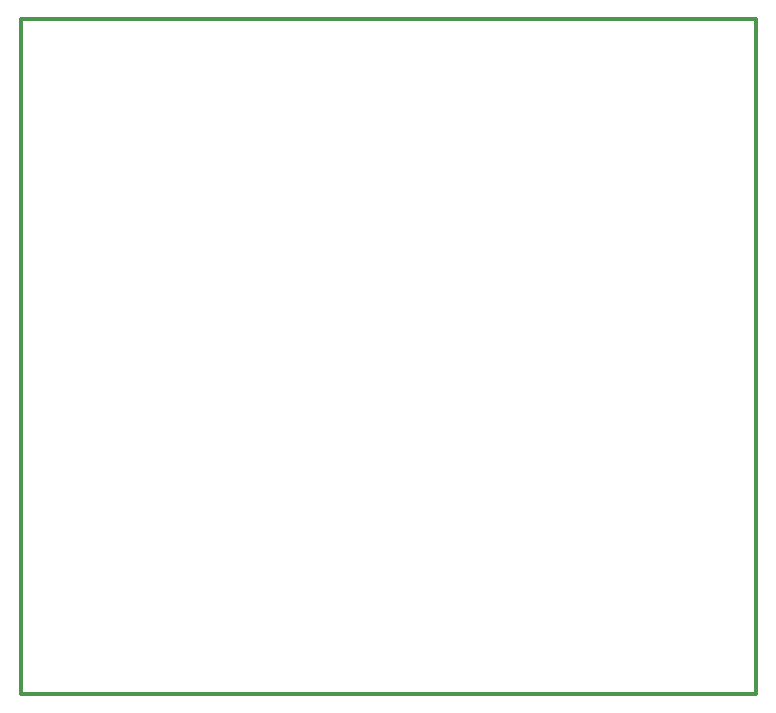
<source format=gbr>
G04 (created by PCBNEW-RS274X (2011-nov-30)-testing) date Wed 20 Jun 2012 12:50:12 PM EDT*
%MOIN*%
G04 Gerber Fmt 3.4, Leading zero omitted, Abs format*
%FSLAX34Y34*%
G01*
G70*
G90*
G04 APERTURE LIST*
%ADD10C,0.006*%
%ADD11C,0.0149*%
G04 APERTURE END LIST*
G54D10*
G54D11*
X24498Y22501D02*
X0Y22501D01*
X0Y22501D02*
X0Y0D01*
X24498Y0D02*
X24498Y22501D01*
X0Y0D02*
X24499Y0D01*
M02*

</source>
